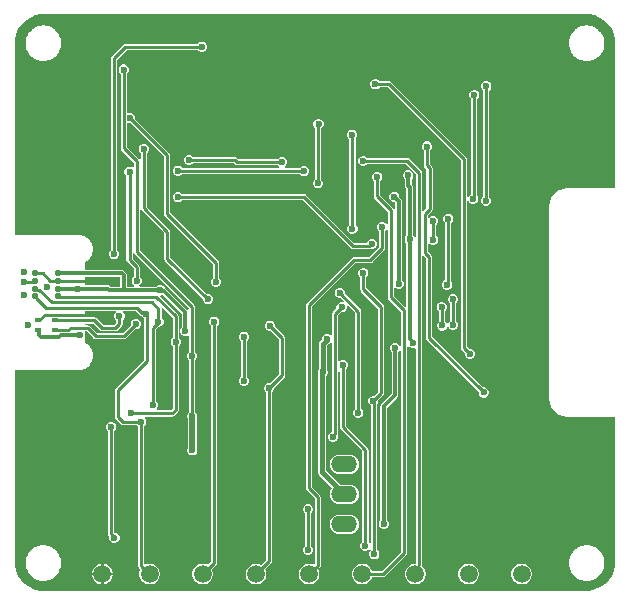
<source format=gbl>
G04*
G04 #@! TF.GenerationSoftware,Altium Limited,Altium Designer,22.10.1 (41)*
G04*
G04 Layer_Physical_Order=4*
G04 Layer_Color=16711680*
%FSLAX44Y44*%
%MOMM*%
G71*
G04*
G04 #@! TF.SameCoordinates,B11F2CDB-B4DC-4695-A2B3-7529A6E467DA*
G04*
G04*
G04 #@! TF.FilePolarity,Positive*
G04*
G01*
G75*
%ADD10C,0.5000*%
%ADD14C,0.3000*%
%ADD15C,0.4000*%
%ADD19C,0.2540*%
%ADD71C,1.5000*%
%ADD73C,0.6000*%
%ADD74R,0.5000X0.3000*%
G04:AMPARAMS|DCode=75|XSize=0.49mm|YSize=0.45mm|CornerRadius=0.0563mm|HoleSize=0mm|Usage=FLASHONLY|Rotation=180.000|XOffset=0mm|YOffset=0mm|HoleType=Round|Shape=RoundedRectangle|*
%AMROUNDEDRECTD75*
21,1,0.4900,0.3375,0,0,180.0*
21,1,0.3775,0.4500,0,0,180.0*
1,1,0.1125,-0.1888,0.1688*
1,1,0.1125,0.1888,0.1688*
1,1,0.1125,0.1888,-0.1688*
1,1,0.1125,-0.1888,-0.1688*
%
%ADD75ROUNDEDRECTD75*%
%ADD76O,2.2000X1.4000*%
G36*
X90176Y266823D02*
Y258074D01*
X82140D01*
X81468Y258747D01*
X80551Y259359D01*
X79471Y259574D01*
X79470Y259574D01*
X60000D01*
Y266926D01*
X78090D01*
X78090Y266926D01*
X78191Y266946D01*
X90053D01*
X90176Y266823D01*
D02*
G37*
G36*
X485017Y488965D02*
X487374Y488965D01*
X491999Y488045D01*
X496356Y486241D01*
X500277Y483623D01*
X503613Y480290D01*
X506234Y476370D01*
X508041Y472015D01*
X508963Y467391D01*
X508965Y464999D01*
Y342063D01*
X482524D01*
X482522Y342062D01*
X482520Y342063D01*
X469996Y342039D01*
X469878Y342015D01*
X468513Y342015D01*
X468316Y341975D01*
X468116Y341975D01*
X465223Y341398D01*
X465037Y341321D01*
X464840Y341281D01*
X462115Y340150D01*
X461949Y340039D01*
X461763Y339962D01*
X459311Y338321D01*
X459169Y338179D01*
X459002Y338067D01*
X456918Y335980D01*
X456806Y335813D01*
X456664Y335671D01*
X455027Y333217D01*
X454950Y333031D01*
X454839Y332864D01*
X453712Y330138D01*
X453673Y329941D01*
X453596Y329755D01*
X453022Y326861D01*
X453022Y326660D01*
X452983Y326464D01*
X452984Y325136D01*
X452961Y325026D01*
X452963Y325013D01*
X452961Y325000D01*
Y165000D01*
X452985Y164880D01*
X452985Y163514D01*
X453025Y163317D01*
X453025Y163116D01*
X453602Y160223D01*
X453680Y160037D01*
X453719Y159840D01*
X454850Y157115D01*
X454961Y156949D01*
X455038Y156763D01*
X456679Y154311D01*
X456821Y154169D01*
X456933Y154002D01*
X459020Y151918D01*
X459187Y151806D01*
X459329Y151664D01*
X461783Y150027D01*
X461969Y149950D01*
X462136Y149839D01*
X464862Y148712D01*
X465059Y148673D01*
X465245Y148596D01*
X468139Y148022D01*
X468340Y148023D01*
X468536Y147984D01*
X469868Y147985D01*
X469980Y147961D01*
X469990Y147963D01*
X470000Y147961D01*
X508965D01*
X508965Y24983D01*
X508965Y22626D01*
X508045Y18001D01*
X506241Y13644D01*
X503623Y9723D01*
X500290Y6387D01*
X496370Y3766D01*
X492015Y1960D01*
X487391Y1037D01*
X485033Y1035D01*
X25001D01*
X25000Y1035D01*
X24999Y1035D01*
X22641Y1034D01*
X18013Y1951D01*
X13654Y3753D01*
X9730Y6371D01*
X6392Y9705D01*
X3768Y13625D01*
X1960Y17982D01*
X1037Y22608D01*
X1035Y24967D01*
X1035Y187961D01*
X56316D01*
X56578Y188013D01*
X56844Y188030D01*
X59388Y188712D01*
X59627Y188830D01*
X59879Y188916D01*
X62160Y190232D01*
X62360Y190408D01*
X62582Y190556D01*
X64444Y192418D01*
X64592Y192640D01*
X64768Y192840D01*
X66084Y195121D01*
X66170Y195373D01*
X66288Y195612D01*
X66970Y198156D01*
X66987Y198422D01*
X67039Y198683D01*
Y201317D01*
X66987Y201578D01*
X66970Y201844D01*
X66288Y204388D01*
X66170Y204627D01*
X66084Y204879D01*
X64768Y207160D01*
X64592Y207360D01*
X64444Y207582D01*
X62582Y209444D01*
X62360Y209592D01*
X62160Y209768D01*
X60000Y211015D01*
Y215999D01*
X60270Y216651D01*
Y218349D01*
X60000Y219001D01*
Y220450D01*
X61637D01*
X67419Y214669D01*
X68259Y214107D01*
X69250Y213910D01*
X93250D01*
X94241Y214107D01*
X95081Y214669D01*
X102642Y222230D01*
X104099D01*
X105669Y222880D01*
X106870Y224081D01*
X107520Y225651D01*
Y227349D01*
X106870Y228919D01*
X105669Y230120D01*
X104099Y230770D01*
X102401D01*
X100831Y230120D01*
X99630Y228919D01*
X98980Y227349D01*
Y225893D01*
X92177Y219090D01*
X70323D01*
X64541Y224871D01*
X63701Y225433D01*
X62710Y225630D01*
X60000D01*
Y227160D01*
X67177D01*
X73088Y221250D01*
X73928Y220688D01*
X74919Y220491D01*
X86081D01*
X87072Y220688D01*
X87912Y221250D01*
X91306Y224643D01*
X91867Y225484D01*
X92064Y226475D01*
Y229776D01*
X93120Y230831D01*
X93770Y232401D01*
Y234099D01*
X93120Y235669D01*
X92148Y236640D01*
X92425Y237720D01*
X92538Y237910D01*
X103347D01*
X106927Y234331D01*
X107767Y233769D01*
X108397Y233644D01*
X108630Y233081D01*
X109831Y231880D01*
X109910Y231847D01*
Y196073D01*
X86419Y172581D01*
X85857Y171741D01*
X85660Y170750D01*
Y148250D01*
X85857Y147259D01*
X86419Y146419D01*
X90919Y141919D01*
X91759Y141357D01*
X92750Y141160D01*
X104551D01*
X105410Y140301D01*
Y21992D01*
X105607Y21001D01*
X106169Y20161D01*
X107235Y19095D01*
X106823Y18382D01*
X106226Y16151D01*
Y13842D01*
X106823Y11612D01*
X107978Y9612D01*
X109611Y7979D01*
X111611Y6824D01*
X113841Y6227D01*
X116150D01*
X118381Y6824D01*
X120381Y7979D01*
X122013Y9612D01*
X123168Y11612D01*
X123766Y13842D01*
Y16151D01*
X123168Y18382D01*
X122013Y20382D01*
X120381Y22014D01*
X118381Y23169D01*
X116150Y23767D01*
X113841D01*
X111860Y23236D01*
X111088Y23618D01*
X110590Y24046D01*
Y140301D01*
X111620Y141331D01*
X112270Y142901D01*
Y144599D01*
X111620Y146169D01*
X110648Y147140D01*
X110925Y148220D01*
X111038Y148410D01*
X134262D01*
X135253Y148607D01*
X136093Y149169D01*
X138831Y151907D01*
X139393Y152747D01*
X139590Y153738D01*
Y208051D01*
X140620Y209081D01*
X141270Y210651D01*
Y212349D01*
X140620Y213919D01*
X139590Y214949D01*
Y233250D01*
X139393Y234241D01*
X138831Y235081D01*
X124202Y249710D01*
X124729Y250980D01*
X124849D01*
X126212Y251544D01*
X142426Y235330D01*
Y223964D01*
X141630Y223169D01*
X140980Y221599D01*
Y219901D01*
X141630Y218331D01*
X142831Y217130D01*
X144401Y216480D01*
X146099D01*
X147140Y216911D01*
X148410Y216212D01*
Y202949D01*
X147380Y201919D01*
X146730Y200349D01*
Y198651D01*
X147380Y197081D01*
X148581Y195880D01*
X148660Y195847D01*
Y151949D01*
X147630Y150919D01*
X146980Y149349D01*
Y147651D01*
X147406Y146622D01*
Y121628D01*
X146980Y120599D01*
Y118901D01*
X147630Y117331D01*
X148831Y116130D01*
X150401Y115480D01*
X152099D01*
X153669Y116130D01*
X154870Y117331D01*
X155520Y118901D01*
Y120599D01*
X155094Y121628D01*
Y146622D01*
X155520Y147651D01*
Y149349D01*
X154870Y150919D01*
X153840Y151949D01*
Y196301D01*
X154620Y197081D01*
X155270Y198651D01*
Y200349D01*
X154620Y201919D01*
X153590Y202949D01*
Y241165D01*
X153393Y242156D01*
X152831Y242997D01*
X106840Y288988D01*
Y322900D01*
X108110Y323285D01*
X108225Y323113D01*
X127410Y303927D01*
Y282000D01*
X127607Y281009D01*
X128169Y280169D01*
X160100Y248237D01*
Y246781D01*
X160750Y245211D01*
X161951Y244010D01*
X163521Y243360D01*
X165219D01*
X166789Y244010D01*
X167990Y245211D01*
X168640Y246781D01*
Y248479D01*
X167990Y250049D01*
X166789Y251250D01*
X165219Y251900D01*
X163762D01*
X132590Y283073D01*
Y305000D01*
X132393Y305991D01*
X131831Y306831D01*
X112646Y326017D01*
Y371607D01*
X113620Y372581D01*
X114270Y374151D01*
Y375849D01*
X113620Y377419D01*
X112419Y378620D01*
X110849Y379270D01*
X109151D01*
X107581Y378620D01*
X106380Y377419D01*
X105730Y375849D01*
Y374151D01*
X106380Y372581D01*
X107466Y371495D01*
Y366544D01*
X106196Y366159D01*
X106081Y366331D01*
X95550Y376863D01*
Y396502D01*
X96820Y397324D01*
X97651Y396980D01*
X99108D01*
X127160Y368927D01*
Y320250D01*
X127357Y319259D01*
X127919Y318419D01*
X168660Y277677D01*
Y265699D01*
X167630Y264669D01*
X166980Y263099D01*
Y261401D01*
X167630Y259831D01*
X168831Y258630D01*
X170401Y257980D01*
X172099D01*
X173669Y258630D01*
X174870Y259831D01*
X175520Y261401D01*
Y263099D01*
X174870Y264669D01*
X173840Y265699D01*
Y278750D01*
X173643Y279741D01*
X173081Y280581D01*
X132340Y321323D01*
Y370000D01*
X132143Y370991D01*
X131581Y371831D01*
X102770Y400643D01*
Y402099D01*
X102120Y403669D01*
X100919Y404870D01*
X99349Y405520D01*
X97651D01*
X96820Y405176D01*
X95550Y405998D01*
Y438761D01*
X96580Y439791D01*
X97230Y441361D01*
Y443059D01*
X96580Y444629D01*
X95379Y445830D01*
X93809Y446480D01*
X92111D01*
X90541Y445830D01*
X89340Y444629D01*
X88690Y443059D01*
Y441361D01*
X89340Y439791D01*
X90370Y438761D01*
Y375790D01*
X90567Y374799D01*
X91129Y373959D01*
X101660Y363427D01*
Y359925D01*
X100419Y359370D01*
X98849Y360020D01*
X97151D01*
X95581Y359370D01*
X94380Y358169D01*
X93730Y356599D01*
Y354901D01*
X94380Y353331D01*
X95410Y352301D01*
Y281000D01*
X95607Y280009D01*
X96169Y279169D01*
X101410Y273927D01*
Y266449D01*
X100380Y265419D01*
X99730Y263849D01*
Y262151D01*
X100380Y260581D01*
X101581Y259380D01*
X101668Y259344D01*
X101415Y258074D01*
X95824D01*
Y267992D01*
X95824Y267993D01*
X95609Y269073D01*
X94997Y269990D01*
X93220Y271767D01*
X92303Y272379D01*
X91223Y272594D01*
X91222Y272594D01*
X78110D01*
X78009Y272574D01*
X60000D01*
Y278985D01*
X62160Y280232D01*
X62360Y280408D01*
X62582Y280556D01*
X64444Y282418D01*
X64592Y282640D01*
X64768Y282840D01*
X66084Y285121D01*
X66170Y285373D01*
X66288Y285612D01*
X66970Y288156D01*
X66987Y288422D01*
X67039Y288683D01*
Y291317D01*
X66987Y291578D01*
X66970Y291844D01*
X66288Y294388D01*
X66170Y294627D01*
X66084Y294879D01*
X64768Y297160D01*
X64592Y297360D01*
X64444Y297582D01*
X62582Y299444D01*
X62360Y299592D01*
X62160Y299768D01*
X59879Y301084D01*
X59627Y301170D01*
X59388Y301288D01*
X56844Y301970D01*
X56578Y301987D01*
X56316Y302039D01*
X55000D01*
X55000Y302039D01*
X1035D01*
Y464999D01*
X1035Y465000D01*
X1035Y465001D01*
X1034Y467359D01*
X1951Y471987D01*
X3753Y476346D01*
X6371Y480270D01*
X9705Y483608D01*
X13625Y486231D01*
X17982Y488040D01*
X22608Y488963D01*
X25001Y488965D01*
X335007D01*
X485017Y488965D01*
D02*
G37*
G36*
X102419Y286084D02*
X148292Y240211D01*
X148184Y239150D01*
X146987Y238757D01*
X129071Y256673D01*
X128155Y257285D01*
X127745Y257367D01*
X127620Y257669D01*
X126419Y258870D01*
X124849Y259520D01*
X123151D01*
X121581Y258870D01*
X120786Y258074D01*
X106585D01*
X106332Y259344D01*
X106419Y259380D01*
X107620Y260581D01*
X108270Y262151D01*
Y263849D01*
X107620Y265419D01*
X106590Y266449D01*
Y275000D01*
X106393Y275991D01*
X105831Y276831D01*
X100590Y282073D01*
Y286787D01*
X101857Y286924D01*
X102419Y286084D01*
D02*
G37*
G36*
X86575Y237720D02*
X86852Y236640D01*
X85880Y235669D01*
X85230Y234099D01*
Y232401D01*
X85880Y230831D01*
X86885Y229827D01*
Y227547D01*
X85008Y225671D01*
X75992D01*
X70081Y231581D01*
X69241Y232143D01*
X68250Y232340D01*
X60000D01*
Y237910D01*
X86462D01*
X86575Y237720D01*
D02*
G37*
G36*
X134410Y232177D02*
Y214949D01*
X133380Y213919D01*
X132730Y212349D01*
Y210651D01*
X133380Y209081D01*
X134410Y208051D01*
Y154811D01*
X133189Y153590D01*
X121425D01*
X120898Y154860D01*
X121620Y155581D01*
X122270Y157151D01*
Y158849D01*
X121620Y160419D01*
X120590Y161449D01*
Y222047D01*
X122523Y223980D01*
X123349D01*
X124919Y224630D01*
X126120Y225831D01*
X126770Y227401D01*
Y229099D01*
X126120Y230669D01*
X125090Y231699D01*
Y239250D01*
X124978Y239814D01*
X126148Y240439D01*
X134410Y232177D01*
D02*
G37*
%LPC*%
G36*
X160099Y465770D02*
X158401D01*
X156831Y465120D01*
X155801Y464090D01*
X94500D01*
X93509Y463893D01*
X92669Y463331D01*
X82919Y453581D01*
X82357Y452741D01*
X82160Y451750D01*
Y289199D01*
X81130Y288169D01*
X80480Y286599D01*
Y284901D01*
X81130Y283331D01*
X82331Y282130D01*
X83901Y281480D01*
X85599D01*
X87169Y282130D01*
X88370Y283331D01*
X89020Y284901D01*
Y286599D01*
X88370Y288169D01*
X87340Y289199D01*
Y450677D01*
X95573Y458910D01*
X155801D01*
X156831Y457880D01*
X158401Y457230D01*
X160099D01*
X161669Y457880D01*
X162870Y459081D01*
X163520Y460651D01*
Y462349D01*
X162870Y463919D01*
X161669Y465120D01*
X160099Y465770D01*
D02*
G37*
G36*
X486333Y479501D02*
X483772D01*
X483575Y479462D01*
X483374D01*
X480863Y478962D01*
X480677Y478885D01*
X480480Y478846D01*
X478114Y477866D01*
X477947Y477755D01*
X477762Y477678D01*
X475633Y476255D01*
X475491Y476113D01*
X475324Y476002D01*
X473513Y474191D01*
X473401Y474024D01*
X473259Y473882D01*
X471837Y471753D01*
X471760Y471567D01*
X471648Y471400D01*
X470668Y469034D01*
X470629Y468837D01*
X470552Y468652D01*
X470052Y466140D01*
Y465939D01*
X470013Y465742D01*
Y463181D01*
X470052Y462984D01*
Y462784D01*
X470552Y460272D01*
X470629Y460087D01*
X470668Y459889D01*
X471648Y457524D01*
X471760Y457357D01*
X471837Y457171D01*
X473259Y455042D01*
X473401Y454900D01*
X473513Y454733D01*
X475324Y452922D01*
X475491Y452811D01*
X475633Y452668D01*
X477762Y451246D01*
X477947Y451169D01*
X478114Y451057D01*
X480480Y450077D01*
X480677Y450038D01*
X480863Y449961D01*
X483374Y449462D01*
X483575D01*
X483772Y449423D01*
X486333D01*
X486530Y449462D01*
X486731D01*
X489242Y449961D01*
X489428Y450038D01*
X489625Y450077D01*
X491991Y451057D01*
X492158Y451169D01*
X492343Y451246D01*
X494472Y452668D01*
X494614Y452811D01*
X494781Y452922D01*
X496592Y454733D01*
X496704Y454900D01*
X496846Y455042D01*
X498269Y457171D01*
X498345Y457357D01*
X498457Y457524D01*
X499437Y459889D01*
X499476Y460087D01*
X499553Y460272D01*
X500052Y462784D01*
Y462984D01*
X500092Y463181D01*
Y465742D01*
X500052Y465939D01*
Y466140D01*
X499553Y468652D01*
X499476Y468837D01*
X499437Y469034D01*
X498457Y471400D01*
X498345Y471567D01*
X498269Y471753D01*
X496846Y473882D01*
X496704Y474024D01*
X496592Y474191D01*
X494781Y476002D01*
X494614Y476113D01*
X494472Y476255D01*
X492343Y477678D01*
X492158Y477755D01*
X491991Y477866D01*
X489625Y478846D01*
X489428Y478885D01*
X489242Y478962D01*
X486731Y479462D01*
X486530D01*
X486333Y479501D01*
D02*
G37*
G36*
X26333D02*
X23772D01*
X23575Y479462D01*
X23374D01*
X20863Y478962D01*
X20677Y478885D01*
X20480Y478846D01*
X18114Y477866D01*
X17947Y477755D01*
X17762Y477678D01*
X15633Y476255D01*
X15491Y476113D01*
X15324Y476002D01*
X13513Y474191D01*
X13401Y474024D01*
X13259Y473882D01*
X11837Y471753D01*
X11760Y471567D01*
X11648Y471400D01*
X10668Y469034D01*
X10629Y468837D01*
X10552Y468652D01*
X10052Y466140D01*
Y465939D01*
X10013Y465742D01*
Y463181D01*
X10052Y462984D01*
Y462784D01*
X10552Y460272D01*
X10629Y460087D01*
X10668Y459889D01*
X11648Y457524D01*
X11760Y457357D01*
X11837Y457171D01*
X13259Y455042D01*
X13401Y454900D01*
X13513Y454733D01*
X15324Y452922D01*
X15491Y452811D01*
X15633Y452668D01*
X17762Y451246D01*
X17947Y451169D01*
X18114Y451057D01*
X20480Y450077D01*
X20677Y450038D01*
X20863Y449961D01*
X23374Y449462D01*
X23575D01*
X23772Y449423D01*
X26333D01*
X26530Y449462D01*
X26731D01*
X29242Y449961D01*
X29428Y450038D01*
X29625Y450077D01*
X31991Y451057D01*
X32158Y451169D01*
X32343Y451246D01*
X34472Y452668D01*
X34614Y452811D01*
X34781Y452922D01*
X36592Y454733D01*
X36704Y454900D01*
X36846Y455042D01*
X38268Y457171D01*
X38345Y457357D01*
X38457Y457524D01*
X39437Y459889D01*
X39476Y460087D01*
X39553Y460272D01*
X40052Y462784D01*
Y462984D01*
X40092Y463181D01*
Y465742D01*
X40052Y465939D01*
Y466140D01*
X39553Y468652D01*
X39476Y468837D01*
X39437Y469034D01*
X38457Y471400D01*
X38345Y471567D01*
X38268Y471753D01*
X36846Y473882D01*
X36704Y474024D01*
X36592Y474191D01*
X34781Y476002D01*
X34614Y476113D01*
X34472Y476255D01*
X32343Y477678D01*
X32158Y477755D01*
X31991Y477866D01*
X29625Y478846D01*
X29428Y478885D01*
X29242Y478962D01*
X26731Y479462D01*
X26530D01*
X26333Y479501D01*
D02*
G37*
G36*
X149349Y369770D02*
X147651D01*
X146081Y369120D01*
X144880Y367919D01*
X144230Y366349D01*
Y364651D01*
X144880Y363081D01*
X146081Y361880D01*
X147651Y361230D01*
X149349D01*
X150919Y361880D01*
X151949Y362910D01*
X185927D01*
X186919Y361919D01*
X187759Y361357D01*
X188750Y361160D01*
X223801D01*
X224831Y360130D01*
X224880Y360110D01*
X224628Y358840D01*
X142903D01*
X142870Y358919D01*
X141669Y360120D01*
X140099Y360770D01*
X138401D01*
X136831Y360120D01*
X135630Y358919D01*
X134980Y357349D01*
Y355651D01*
X135630Y354081D01*
X136831Y352880D01*
X138401Y352230D01*
X140099D01*
X141669Y352880D01*
X142449Y353660D01*
X242097D01*
X242130Y353581D01*
X243331Y352380D01*
X244901Y351730D01*
X246599D01*
X248169Y352380D01*
X249370Y353581D01*
X250020Y355151D01*
Y356849D01*
X249370Y358419D01*
X248169Y359620D01*
X246599Y360270D01*
X244901D01*
X243331Y359620D01*
X242551Y358840D01*
X229872D01*
X229620Y360110D01*
X229669Y360130D01*
X230870Y361331D01*
X231520Y362901D01*
Y364599D01*
X230870Y366169D01*
X229669Y367370D01*
X228099Y368020D01*
X226401D01*
X224831Y367370D01*
X223801Y366340D01*
X189823D01*
X188831Y367331D01*
X187991Y367893D01*
X187000Y368090D01*
X151949D01*
X150919Y369120D01*
X149349Y369770D01*
D02*
G37*
G36*
X258849Y400270D02*
X257151D01*
X255581Y399620D01*
X254380Y398419D01*
X253730Y396849D01*
Y395151D01*
X254380Y393581D01*
X255160Y392801D01*
Y349403D01*
X255081Y349370D01*
X253880Y348169D01*
X253230Y346599D01*
Y344901D01*
X253880Y343331D01*
X255081Y342130D01*
X256651Y341480D01*
X258349D01*
X259919Y342130D01*
X261120Y343331D01*
X261770Y344901D01*
Y346599D01*
X261120Y348169D01*
X260340Y348949D01*
Y392347D01*
X260419Y392380D01*
X261620Y393581D01*
X262270Y395151D01*
Y396849D01*
X261620Y398419D01*
X260419Y399620D01*
X258849Y400270D01*
D02*
G37*
G36*
X307099Y434020D02*
X305401D01*
X303831Y433370D01*
X302630Y432169D01*
X301980Y430599D01*
Y428901D01*
X302630Y427331D01*
X303831Y426130D01*
X305401Y425480D01*
X307099D01*
X308669Y426130D01*
X309699Y427160D01*
X316427D01*
X378410Y365177D01*
Y206750D01*
X378607Y205759D01*
X379169Y204919D01*
X381980Y202108D01*
Y200651D01*
X382630Y199081D01*
X383831Y197880D01*
X385401Y197230D01*
X387099D01*
X388669Y197880D01*
X389870Y199081D01*
X390520Y200651D01*
Y202349D01*
X389870Y203919D01*
X388669Y205120D01*
X387099Y205770D01*
X385643D01*
X383590Y207823D01*
Y331085D01*
X384860Y331337D01*
X385380Y330081D01*
X386581Y328880D01*
X388151Y328230D01*
X389849D01*
X391419Y328880D01*
X392620Y330081D01*
X393270Y331651D01*
Y333349D01*
X392620Y334919D01*
X392090Y335449D01*
Y416994D01*
X392419Y417130D01*
X393620Y418331D01*
X394270Y419901D01*
Y421599D01*
X393620Y423169D01*
X392419Y424370D01*
X390849Y425020D01*
X389151D01*
X387581Y424370D01*
X386380Y423169D01*
X385730Y421599D01*
Y419901D01*
X386380Y418331D01*
X386910Y417801D01*
Y336256D01*
X386581Y336120D01*
X385380Y334919D01*
X384860Y333663D01*
X383590Y333915D01*
Y366250D01*
X383393Y367241D01*
X382831Y368081D01*
X319331Y431581D01*
X318491Y432143D01*
X317500Y432340D01*
X309699D01*
X308669Y433370D01*
X307099Y434020D01*
D02*
G37*
G36*
X400849Y432270D02*
X399151D01*
X397581Y431620D01*
X396380Y430419D01*
X395730Y428849D01*
Y427151D01*
X396380Y425581D01*
X397285Y424676D01*
Y334824D01*
X396130Y333669D01*
X395480Y332099D01*
Y330401D01*
X396130Y328831D01*
X397331Y327630D01*
X398901Y326980D01*
X400599D01*
X402169Y327630D01*
X403370Y328831D01*
X404020Y330401D01*
Y332099D01*
X403370Y333669D01*
X402465Y334574D01*
Y424426D01*
X403620Y425581D01*
X404270Y427151D01*
Y428849D01*
X403620Y430419D01*
X402419Y431620D01*
X400849Y432270D01*
D02*
G37*
G36*
X350849Y381270D02*
X349151D01*
X347581Y380620D01*
X346380Y379419D01*
X345730Y377849D01*
Y376151D01*
X346380Y374581D01*
X347410Y373551D01*
Y361000D01*
X347607Y360009D01*
X348169Y359169D01*
X349410Y357927D01*
Y325073D01*
X346860Y322522D01*
X345590Y323048D01*
Y355000D01*
X345393Y355991D01*
X344831Y356831D01*
X335081Y366581D01*
X334241Y367143D01*
X333250Y367340D01*
X299449D01*
X298419Y368370D01*
X296849Y369020D01*
X295151D01*
X293581Y368370D01*
X292380Y367169D01*
X291730Y365599D01*
Y363901D01*
X292380Y362331D01*
X293581Y361130D01*
X295151Y360480D01*
X296849D01*
X298419Y361130D01*
X299449Y362160D01*
X332177D01*
X340410Y353927D01*
Y300769D01*
X339140Y300516D01*
X338870Y301169D01*
X338074Y301964D01*
Y342750D01*
X338074Y342750D01*
X337859Y343831D01*
X337247Y344747D01*
X337247Y344747D01*
X336840Y345154D01*
Y349302D01*
X337620Y350081D01*
X338270Y351651D01*
Y353349D01*
X337620Y354919D01*
X336419Y356120D01*
X334849Y356770D01*
X333151D01*
X331581Y356120D01*
X330380Y354919D01*
X329730Y353349D01*
Y351651D01*
X330380Y350081D01*
X331192Y349270D01*
Y343984D01*
X331192Y343984D01*
X331407Y342903D01*
X332019Y341987D01*
X332426Y341580D01*
Y301964D01*
X331630Y301169D01*
X330980Y299599D01*
Y297901D01*
X331630Y296331D01*
X332426Y295536D01*
Y241783D01*
X331156Y241257D01*
X322090Y250323D01*
Y257076D01*
X323360Y257602D01*
X323581Y257380D01*
X325151Y256730D01*
X326849D01*
X328419Y257380D01*
X329620Y258581D01*
X330270Y260151D01*
Y261849D01*
X329620Y263419D01*
X328824Y264214D01*
Y330750D01*
X328824Y330750D01*
X328609Y331831D01*
X327997Y332747D01*
X327997Y332747D01*
X326520Y334224D01*
Y335349D01*
X325870Y336919D01*
X324669Y338120D01*
X323099Y338770D01*
X321401D01*
X319831Y338120D01*
X318630Y336919D01*
X317980Y335349D01*
Y333651D01*
X318630Y332081D01*
X319831Y330880D01*
X321401Y330230D01*
X322526D01*
X323176Y329580D01*
Y324050D01*
X321906Y323925D01*
X321893Y323991D01*
X321331Y324831D01*
X310340Y335823D01*
Y347801D01*
X311370Y348831D01*
X312020Y350401D01*
Y352099D01*
X311370Y353669D01*
X310169Y354870D01*
X308599Y355520D01*
X306901D01*
X305331Y354870D01*
X304130Y353669D01*
X303480Y352099D01*
Y350401D01*
X304130Y348831D01*
X305160Y347801D01*
Y334750D01*
X305357Y333759D01*
X305919Y332919D01*
X316910Y321927D01*
Y311622D01*
X315640Y311370D01*
X315620Y311419D01*
X314419Y312620D01*
X312849Y313270D01*
X311151D01*
X309581Y312620D01*
X308380Y311419D01*
X307730Y309849D01*
Y308151D01*
X308380Y306581D01*
X309410Y305551D01*
Y292073D01*
X300927Y283590D01*
X288000D01*
X287009Y283393D01*
X286169Y282831D01*
X248164Y244827D01*
X247603Y243986D01*
X247406Y242995D01*
Y87755D01*
X247603Y86763D01*
X248164Y85923D01*
X254660Y79427D01*
Y23897D01*
X253478Y23113D01*
X253381Y23169D01*
X251150Y23767D01*
X248841D01*
X246610Y23169D01*
X244611Y22014D01*
X242978Y20382D01*
X241823Y18382D01*
X241225Y16151D01*
Y13842D01*
X241823Y11612D01*
X242978Y9612D01*
X244611Y7979D01*
X246610Y6824D01*
X248841Y6227D01*
X251150D01*
X253381Y6824D01*
X255380Y7979D01*
X257013Y9612D01*
X258168Y11612D01*
X258765Y13842D01*
Y16151D01*
X258168Y18382D01*
X257756Y19095D01*
X259081Y20420D01*
X259643Y21260D01*
X259840Y22251D01*
Y80500D01*
X259643Y81491D01*
X259081Y82331D01*
X252585Y88827D01*
Y241923D01*
X289073Y278410D01*
X302000D01*
X302991Y278607D01*
X303831Y279169D01*
X313831Y289169D01*
X314393Y290009D01*
X314590Y291000D01*
Y305551D01*
X315620Y306581D01*
X315640Y306630D01*
X316910Y306378D01*
Y249250D01*
X317107Y248259D01*
X317669Y247419D01*
X327910Y237177D01*
Y208519D01*
X326640Y208266D01*
X326370Y208919D01*
X325169Y210120D01*
X323599Y210770D01*
X321901D01*
X320331Y210120D01*
X319130Y208919D01*
X318480Y207349D01*
Y205651D01*
X319130Y204081D01*
X319926Y203286D01*
Y167670D01*
X311253Y158997D01*
X310641Y158081D01*
X310426Y157000D01*
X310426Y157000D01*
Y60464D01*
X309630Y59669D01*
X308980Y58099D01*
Y56401D01*
X309630Y54831D01*
X310831Y53630D01*
X312401Y52980D01*
X314099D01*
X315669Y53630D01*
X316870Y54831D01*
X317520Y56401D01*
Y58099D01*
X316870Y59669D01*
X316074Y60464D01*
Y155830D01*
X324747Y164503D01*
X324747Y164503D01*
X325359Y165419D01*
X325574Y166500D01*
Y203286D01*
X326370Y204081D01*
X326640Y204734D01*
X327910Y204481D01*
Y34073D01*
X311424Y17586D01*
X303381D01*
X303168Y18382D01*
X302013Y20382D01*
X300380Y22014D01*
X298380Y23169D01*
X296150Y23767D01*
X293841D01*
X291610Y23169D01*
X289610Y22014D01*
X287978Y20382D01*
X286823Y18382D01*
X286225Y16151D01*
Y13842D01*
X286823Y11612D01*
X287978Y9612D01*
X289610Y7979D01*
X291610Y6824D01*
X293841Y6227D01*
X296150D01*
X298380Y6824D01*
X300380Y7979D01*
X302013Y9612D01*
X303168Y11612D01*
X303381Y12407D01*
X312497D01*
X313488Y12604D01*
X314328Y13165D01*
X332331Y31169D01*
X332893Y32009D01*
X333090Y33000D01*
Y207462D01*
X333280Y207575D01*
X334360Y207852D01*
X335331Y206880D01*
X336901Y206230D01*
X338599D01*
X339140Y206454D01*
X340410Y205606D01*
Y23767D01*
X338841D01*
X336610Y23169D01*
X334610Y22014D01*
X332977Y20382D01*
X331823Y18382D01*
X331225Y16151D01*
Y13842D01*
X331823Y11612D01*
X332977Y9612D01*
X334610Y7979D01*
X336610Y6824D01*
X338841Y6227D01*
X341150D01*
X343380Y6824D01*
X345380Y7979D01*
X347013Y9612D01*
X348168Y11612D01*
X348765Y13842D01*
Y16151D01*
X348168Y18382D01*
X347013Y20382D01*
X345439Y21956D01*
X345590Y22715D01*
Y207075D01*
X345683Y207214D01*
X345880Y208205D01*
Y212795D01*
X345683Y213786D01*
X345590Y213925D01*
Y284202D01*
X346860Y284728D01*
X349160Y282427D01*
Y214750D01*
X349357Y213759D01*
X349919Y212919D01*
X393480Y169357D01*
Y167901D01*
X394130Y166331D01*
X395331Y165130D01*
X396901Y164480D01*
X398599D01*
X400169Y165130D01*
X401370Y166331D01*
X402020Y167901D01*
Y169599D01*
X401370Y171169D01*
X400169Y172370D01*
X398599Y173020D01*
X397142D01*
X354340Y215823D01*
Y283500D01*
X354143Y284491D01*
X353581Y285331D01*
X350590Y288323D01*
Y294712D01*
X350780Y294825D01*
X351860Y295102D01*
X352831Y294130D01*
X354401Y293480D01*
X356099D01*
X357669Y294130D01*
X358870Y295331D01*
X359520Y296901D01*
Y298599D01*
X358870Y300169D01*
X357715Y301324D01*
Y310676D01*
X358620Y311581D01*
X359270Y313151D01*
Y314849D01*
X358620Y316419D01*
X357419Y317620D01*
X355849Y318270D01*
X354151D01*
X352581Y317620D01*
X351860Y316898D01*
X350590Y317425D01*
Y318927D01*
X353831Y322169D01*
X354393Y323009D01*
X354590Y324000D01*
Y359000D01*
X354393Y359991D01*
X353831Y360831D01*
X352590Y362073D01*
Y373551D01*
X353620Y374581D01*
X354270Y376151D01*
Y377849D01*
X353620Y379419D01*
X352419Y380620D01*
X350849Y381270D01*
D02*
G37*
G36*
X287349Y391270D02*
X285651D01*
X284081Y390620D01*
X282880Y389419D01*
X282230Y387849D01*
Y386151D01*
X282880Y384581D01*
X284081Y383380D01*
X284160Y383347D01*
Y310449D01*
X283130Y309419D01*
X282480Y307849D01*
Y306151D01*
X283130Y304581D01*
X284331Y303380D01*
X285901Y302730D01*
X287599D01*
X289169Y303380D01*
X290370Y304581D01*
X291020Y306151D01*
Y307849D01*
X290370Y309419D01*
X289340Y310449D01*
Y383801D01*
X290120Y384581D01*
X290770Y386151D01*
Y387849D01*
X290120Y389419D01*
X288919Y390620D01*
X287349Y391270D01*
D02*
G37*
G36*
X139849Y338270D02*
X138151D01*
X136581Y337620D01*
X135380Y336419D01*
X134730Y334849D01*
Y333151D01*
X135380Y331581D01*
X136581Y330380D01*
X138151Y329730D01*
X139849D01*
X141419Y330380D01*
X142449Y331410D01*
X244927D01*
X285419Y290919D01*
X286259Y290357D01*
X287250Y290160D01*
X293907D01*
X293955Y290170D01*
X300573D01*
X301564Y290367D01*
X301758Y290496D01*
X302401Y290230D01*
X304099D01*
X305669Y290880D01*
X306870Y292081D01*
X307520Y293651D01*
Y295349D01*
X306870Y296919D01*
X305669Y298120D01*
X304099Y298770D01*
X302401D01*
X300831Y298120D01*
X299630Y296919D01*
X298980Y295349D01*
Y295349D01*
X293916D01*
X293869Y295340D01*
X288323D01*
X247831Y335831D01*
X246991Y336393D01*
X246000Y336590D01*
X142449D01*
X141419Y337620D01*
X139849Y338270D01*
D02*
G37*
G36*
X368849Y320270D02*
X367151D01*
X365581Y319620D01*
X364380Y318419D01*
X363730Y316849D01*
Y315151D01*
X364380Y313581D01*
X364910Y313051D01*
Y263756D01*
X364581Y263620D01*
X363380Y262419D01*
X362730Y260849D01*
Y259151D01*
X363380Y257581D01*
X364581Y256380D01*
X366151Y255730D01*
X367849D01*
X369419Y256380D01*
X370620Y257581D01*
X371270Y259151D01*
Y260849D01*
X370620Y262419D01*
X370090Y262949D01*
Y312244D01*
X370419Y312380D01*
X371620Y313581D01*
X372270Y315151D01*
Y316849D01*
X371620Y318419D01*
X370419Y319620D01*
X368849Y320270D01*
D02*
G37*
G36*
X372849Y251770D02*
X371151D01*
X369581Y251120D01*
X368380Y249919D01*
X367730Y248349D01*
Y246651D01*
X368380Y245081D01*
X369410Y244051D01*
Y229199D01*
X368380Y228169D01*
X368010Y227277D01*
X366636D01*
X366370Y227919D01*
X365169Y229120D01*
X365090Y229153D01*
Y238051D01*
X365870Y238831D01*
X366520Y240401D01*
Y242099D01*
X365870Y243669D01*
X364669Y244870D01*
X363099Y245520D01*
X361401D01*
X359831Y244870D01*
X358630Y243669D01*
X357980Y242099D01*
Y240401D01*
X358630Y238831D01*
X359831Y237630D01*
X359910Y237597D01*
Y228699D01*
X359130Y227919D01*
X358480Y226349D01*
Y224651D01*
X359130Y223081D01*
X360331Y221880D01*
X361901Y221230D01*
X363599D01*
X365169Y221880D01*
X366370Y223081D01*
X366739Y223973D01*
X368114D01*
X368380Y223331D01*
X369581Y222130D01*
X371151Y221480D01*
X372849D01*
X374419Y222130D01*
X375620Y223331D01*
X376270Y224901D01*
Y226599D01*
X375620Y228169D01*
X374590Y229199D01*
Y244051D01*
X375620Y245081D01*
X376270Y246651D01*
Y248349D01*
X375620Y249919D01*
X374419Y251120D01*
X372849Y251770D01*
D02*
G37*
G36*
X195849Y220270D02*
X194151D01*
X192581Y219620D01*
X191380Y218419D01*
X190730Y216849D01*
Y215151D01*
X191380Y213581D01*
X192285Y212676D01*
Y182324D01*
X191130Y181169D01*
X190480Y179599D01*
Y177901D01*
X191130Y176331D01*
X192331Y175130D01*
X193901Y174480D01*
X195599D01*
X197169Y175130D01*
X198370Y176331D01*
X199020Y177901D01*
Y179599D01*
X198370Y181169D01*
X197465Y182074D01*
Y212426D01*
X198620Y213581D01*
X199270Y215151D01*
Y216849D01*
X198620Y218419D01*
X197419Y219620D01*
X195849Y220270D01*
D02*
G37*
G36*
X296849Y274270D02*
X295151D01*
X293581Y273620D01*
X292380Y272419D01*
X291730Y270849D01*
Y269151D01*
X292380Y267581D01*
X293410Y266551D01*
Y256000D01*
X293607Y255009D01*
X294169Y254169D01*
X308660Y239677D01*
Y169323D01*
X305107Y165770D01*
X303651D01*
X302081Y165120D01*
X300880Y163919D01*
X300230Y162349D01*
Y160651D01*
X300880Y159081D01*
X302081Y157880D01*
X302450Y157727D01*
Y41748D01*
X302077Y41548D01*
X301269Y41377D01*
X300340Y42205D01*
Y120250D01*
X300143Y121241D01*
X299581Y122081D01*
X281090Y140573D01*
Y188301D01*
X282120Y189331D01*
X282770Y190901D01*
Y192599D01*
X282120Y194169D01*
X280919Y195370D01*
X279349Y196020D01*
X277651D01*
X276081Y195370D01*
X275860Y195148D01*
X274590Y195674D01*
Y234177D01*
X276893Y236480D01*
X278349D01*
X279919Y237130D01*
X281120Y238331D01*
X281770Y239901D01*
Y241599D01*
X281648Y241893D01*
X282725Y242613D01*
X289160Y236177D01*
Y154699D01*
X288130Y153669D01*
X287480Y152099D01*
Y150401D01*
X288130Y148831D01*
X289331Y147630D01*
X290901Y146980D01*
X292599D01*
X294169Y147630D01*
X295370Y148831D01*
X296020Y150401D01*
Y152099D01*
X295370Y153669D01*
X294340Y154699D01*
Y237250D01*
X294143Y238241D01*
X293581Y239081D01*
X280270Y252393D01*
Y253849D01*
X279620Y255419D01*
X278419Y256620D01*
X276849Y257270D01*
X275151D01*
X273581Y256620D01*
X272380Y255419D01*
X271730Y253849D01*
Y252151D01*
X272380Y250581D01*
X273581Y249380D01*
X275151Y248730D01*
X276607D01*
X279363Y245975D01*
X278643Y244898D01*
X278349Y245020D01*
X276651D01*
X275081Y244370D01*
X273880Y243169D01*
X273230Y241599D01*
Y240142D01*
X270169Y237081D01*
X269607Y236241D01*
X269410Y235250D01*
Y217174D01*
X268140Y216648D01*
X267419Y217370D01*
X265849Y218020D01*
X264151D01*
X262581Y217370D01*
X261380Y216169D01*
X260730Y214599D01*
Y213654D01*
X259142Y212066D01*
X258420Y210985D01*
X258166Y209709D01*
Y188455D01*
X257880Y188169D01*
X257230Y186599D01*
Y184901D01*
X257666Y183848D01*
Y101500D01*
X257920Y100224D01*
X258643Y99142D01*
X269791Y87994D01*
X268776Y86671D01*
X267943Y84659D01*
X267659Y82500D01*
X267943Y80341D01*
X268776Y78329D01*
X270102Y76602D01*
X271829Y75276D01*
X273841Y74443D01*
X276000Y74159D01*
X284000D01*
X286159Y74443D01*
X288171Y75276D01*
X289898Y76602D01*
X291224Y78329D01*
X292057Y80341D01*
X292341Y82500D01*
X292057Y84659D01*
X291224Y86671D01*
X289898Y88398D01*
X288171Y89724D01*
X286159Y90557D01*
X284000Y90841D01*
X276304D01*
X276165Y91050D01*
X264334Y102881D01*
Y182545D01*
X265120Y183331D01*
X265770Y184901D01*
Y186599D01*
X265120Y188169D01*
X264834Y188455D01*
Y208328D01*
X266083Y209577D01*
X267419Y210130D01*
X268140Y210852D01*
X269410Y210326D01*
Y135270D01*
X269401D01*
X267831Y134620D01*
X266630Y133419D01*
X265980Y131849D01*
Y130151D01*
X266630Y128581D01*
X267831Y127380D01*
X269401Y126730D01*
X271099D01*
X272669Y127380D01*
X273870Y128581D01*
X274520Y130151D01*
Y131849D01*
X274255Y132489D01*
X274393Y132695D01*
X274590Y133686D01*
Y186353D01*
X275860Y187032D01*
X275910Y186998D01*
Y139500D01*
X276107Y138509D01*
X276669Y137669D01*
X295160Y119177D01*
Y42199D01*
X294130Y41169D01*
X293480Y39599D01*
Y37901D01*
X294130Y36331D01*
X295331Y35130D01*
X296901Y34480D01*
X298599D01*
X300169Y35130D01*
X300634Y35595D01*
X301981Y35325D01*
X302075Y35240D01*
X302072Y34611D01*
X301630Y34169D01*
X300980Y32599D01*
Y30901D01*
X301630Y29331D01*
X302831Y28130D01*
X304401Y27480D01*
X306099D01*
X307669Y28130D01*
X308870Y29331D01*
X309520Y30901D01*
Y32599D01*
X308870Y34169D01*
X307669Y35370D01*
X307630Y35386D01*
Y158591D01*
X308120Y159081D01*
X308770Y160651D01*
Y162108D01*
X313081Y166419D01*
X313643Y167259D01*
X313840Y168250D01*
Y240750D01*
X313643Y241741D01*
X313081Y242581D01*
X298590Y257073D01*
Y266551D01*
X299620Y267581D01*
X300270Y269151D01*
Y270849D01*
X299620Y272419D01*
X298419Y273620D01*
X296849Y274270D01*
D02*
G37*
G36*
X284000Y116241D02*
X276000D01*
X273841Y115957D01*
X271829Y115124D01*
X270102Y113798D01*
X268776Y112071D01*
X267943Y110059D01*
X267659Y107900D01*
X267943Y105741D01*
X268776Y103729D01*
X270102Y102002D01*
X271829Y100676D01*
X273841Y99843D01*
X276000Y99559D01*
X284000D01*
X286159Y99843D01*
X288171Y100676D01*
X289898Y102002D01*
X291224Y103729D01*
X292057Y105741D01*
X292341Y107900D01*
X292057Y110059D01*
X291224Y112071D01*
X289898Y113798D01*
X288171Y115124D01*
X286159Y115957D01*
X284000Y116241D01*
D02*
G37*
G36*
Y65441D02*
X276000D01*
X273841Y65157D01*
X271829Y64324D01*
X270102Y62998D01*
X268776Y61271D01*
X267943Y59259D01*
X267659Y57100D01*
X267943Y54941D01*
X268776Y52929D01*
X270102Y51202D01*
X271829Y49876D01*
X273841Y49043D01*
X276000Y48759D01*
X284000D01*
X286159Y49043D01*
X288171Y49876D01*
X289898Y51202D01*
X291224Y52929D01*
X292057Y54941D01*
X292341Y57100D01*
X292057Y59259D01*
X291224Y61271D01*
X289898Y62998D01*
X288171Y64324D01*
X286159Y65157D01*
X284000Y65441D01*
D02*
G37*
G36*
X83349Y143770D02*
X81651D01*
X80081Y143120D01*
X78880Y141919D01*
X78230Y140349D01*
Y138651D01*
X78880Y137081D01*
X79910Y136051D01*
Y48968D01*
X80107Y47977D01*
X80669Y47137D01*
X81046Y46759D01*
X80980Y46599D01*
Y44901D01*
X81630Y43331D01*
X82831Y42130D01*
X84401Y41480D01*
X86099D01*
X87669Y42130D01*
X88870Y43331D01*
X89520Y44901D01*
Y46599D01*
X88870Y48169D01*
X87669Y49370D01*
X86099Y50020D01*
X85110D01*
X85090Y50041D01*
Y136051D01*
X86120Y137081D01*
X86770Y138651D01*
Y140349D01*
X86120Y141919D01*
X84919Y143120D01*
X83349Y143770D01*
D02*
G37*
G36*
X249849Y74020D02*
X248151D01*
X246581Y73370D01*
X245380Y72169D01*
X244730Y70599D01*
Y68901D01*
X245380Y67331D01*
X246410Y66301D01*
Y38949D01*
X245380Y37919D01*
X244730Y36349D01*
Y34651D01*
X245380Y33081D01*
X246581Y31880D01*
X248151Y31230D01*
X249849D01*
X251419Y31880D01*
X252620Y33081D01*
X253270Y34651D01*
Y36349D01*
X252620Y37919D01*
X251590Y38949D01*
Y66301D01*
X252620Y67331D01*
X253270Y68901D01*
Y70599D01*
X252620Y72169D01*
X251419Y73370D01*
X249849Y74020D01*
D02*
G37*
G36*
X217599Y229520D02*
X215901D01*
X214331Y228870D01*
X213130Y227669D01*
X212480Y226099D01*
Y224401D01*
X213130Y222831D01*
X214331Y221630D01*
X215901Y220980D01*
X217358D01*
X224410Y213927D01*
Y184323D01*
X216607Y176520D01*
X215151D01*
X213581Y175870D01*
X212380Y174669D01*
X211730Y173099D01*
Y171401D01*
X212380Y169831D01*
X213581Y168630D01*
X213660Y168597D01*
Y27324D01*
X209094Y22757D01*
X208381Y23169D01*
X206150Y23767D01*
X203841D01*
X201610Y23169D01*
X199611Y22014D01*
X197978Y20382D01*
X196823Y18382D01*
X196225Y16151D01*
Y13842D01*
X196823Y11612D01*
X197978Y9612D01*
X199611Y7979D01*
X201610Y6824D01*
X203841Y6227D01*
X206150D01*
X208381Y6824D01*
X210380Y7979D01*
X212013Y9612D01*
X213168Y11612D01*
X213766Y13842D01*
Y16151D01*
X213168Y18382D01*
X212756Y19095D01*
X218081Y24420D01*
X218643Y25260D01*
X218840Y26251D01*
Y169051D01*
X219620Y169831D01*
X220270Y171401D01*
Y172857D01*
X228831Y181419D01*
X229393Y182259D01*
X229590Y183250D01*
Y215000D01*
X229393Y215991D01*
X228831Y216831D01*
X221020Y224643D01*
Y226099D01*
X220370Y227669D01*
X219169Y228870D01*
X217599Y229520D01*
D02*
G37*
G36*
X170599Y233020D02*
X168901D01*
X167331Y232370D01*
X166130Y231169D01*
X165480Y229599D01*
Y227901D01*
X166130Y226331D01*
X167160Y225301D01*
Y25824D01*
X164094Y22757D01*
X163381Y23169D01*
X161150Y23767D01*
X158841D01*
X156610Y23169D01*
X154611Y22014D01*
X152978Y20382D01*
X151823Y18382D01*
X151226Y16151D01*
Y13842D01*
X151823Y11612D01*
X152978Y9612D01*
X154611Y7979D01*
X156610Y6824D01*
X158841Y6227D01*
X161150D01*
X163381Y6824D01*
X165380Y7979D01*
X167013Y9612D01*
X168168Y11612D01*
X168766Y13842D01*
Y16151D01*
X168168Y18382D01*
X167756Y19095D01*
X171581Y22920D01*
X172143Y23760D01*
X172340Y24751D01*
Y225301D01*
X173370Y226331D01*
X174020Y227901D01*
Y229599D01*
X173370Y231169D01*
X172169Y232370D01*
X170599Y233020D01*
D02*
G37*
G36*
X76150Y23767D02*
X75996D01*
Y15997D01*
X83766D01*
Y16151D01*
X83168Y18382D01*
X82014Y20382D01*
X80381Y22014D01*
X78381Y23169D01*
X76150Y23767D01*
D02*
G37*
G36*
X73996D02*
X73841D01*
X71611Y23169D01*
X69611Y22014D01*
X67978Y20382D01*
X66823Y18382D01*
X66226Y16151D01*
Y15997D01*
X73996D01*
Y23767D01*
D02*
G37*
G36*
X486333Y39501D02*
X483772D01*
X483575Y39462D01*
X483374D01*
X480863Y38962D01*
X480677Y38885D01*
X480480Y38846D01*
X478114Y37866D01*
X477947Y37755D01*
X477762Y37678D01*
X475633Y36255D01*
X475491Y36113D01*
X475324Y36002D01*
X473513Y34191D01*
X473401Y34024D01*
X473259Y33882D01*
X471837Y31753D01*
X471760Y31567D01*
X471648Y31400D01*
X470668Y29034D01*
X470629Y28837D01*
X470552Y28651D01*
X470052Y26140D01*
Y25939D01*
X470013Y25742D01*
Y23181D01*
X470052Y22984D01*
Y22784D01*
X470552Y20272D01*
X470629Y20087D01*
X470668Y19889D01*
X471648Y17524D01*
X471760Y17357D01*
X471837Y17171D01*
X473259Y15042D01*
X473401Y14900D01*
X473513Y14733D01*
X475324Y12922D01*
X475491Y12810D01*
X475633Y12668D01*
X477762Y11246D01*
X477947Y11169D01*
X478114Y11057D01*
X480480Y10077D01*
X480677Y10038D01*
X480863Y9961D01*
X483374Y9462D01*
X483575D01*
X483772Y9423D01*
X486333D01*
X486530Y9462D01*
X486731D01*
X489242Y9961D01*
X489428Y10038D01*
X489625Y10077D01*
X491991Y11057D01*
X492158Y11169D01*
X492343Y11246D01*
X494472Y12668D01*
X494614Y12810D01*
X494781Y12922D01*
X496592Y14733D01*
X496704Y14900D01*
X496846Y15042D01*
X498269Y17171D01*
X498345Y17357D01*
X498457Y17524D01*
X499437Y19889D01*
X499476Y20087D01*
X499553Y20272D01*
X500052Y22784D01*
Y22984D01*
X500092Y23181D01*
Y25742D01*
X500052Y25939D01*
Y26140D01*
X499553Y28652D01*
X499476Y28837D01*
X499437Y29034D01*
X498457Y31400D01*
X498345Y31567D01*
X498269Y31753D01*
X496846Y33882D01*
X496704Y34024D01*
X496592Y34191D01*
X494781Y36002D01*
X494614Y36113D01*
X494472Y36255D01*
X492343Y37678D01*
X492158Y37755D01*
X491991Y37866D01*
X489625Y38846D01*
X489428Y38885D01*
X489242Y38962D01*
X486731Y39462D01*
X486530D01*
X486333Y39501D01*
D02*
G37*
G36*
X26333D02*
X23772D01*
X23575Y39462D01*
X23374D01*
X20863Y38962D01*
X20677Y38885D01*
X20480Y38846D01*
X18114Y37866D01*
X17947Y37755D01*
X17762Y37678D01*
X15633Y36255D01*
X15491Y36113D01*
X15324Y36002D01*
X13513Y34191D01*
X13401Y34024D01*
X13259Y33882D01*
X11837Y31753D01*
X11760Y31567D01*
X11648Y31400D01*
X10668Y29034D01*
X10629Y28837D01*
X10552Y28651D01*
X10052Y26140D01*
Y25939D01*
X10013Y25742D01*
Y23181D01*
X10052Y22984D01*
Y22784D01*
X10552Y20272D01*
X10629Y20087D01*
X10668Y19889D01*
X11648Y17524D01*
X11760Y17357D01*
X11837Y17171D01*
X13259Y15042D01*
X13401Y14900D01*
X13513Y14733D01*
X15324Y12922D01*
X15491Y12810D01*
X15633Y12668D01*
X17762Y11246D01*
X17947Y11169D01*
X18114Y11057D01*
X20480Y10077D01*
X20677Y10038D01*
X20863Y9961D01*
X23374Y9462D01*
X23575D01*
X23772Y9423D01*
X26333D01*
X26530Y9462D01*
X26731D01*
X29242Y9961D01*
X29428Y10038D01*
X29625Y10077D01*
X31991Y11057D01*
X32158Y11169D01*
X32343Y11246D01*
X34472Y12668D01*
X34614Y12810D01*
X34781Y12922D01*
X36592Y14733D01*
X36704Y14900D01*
X36846Y15042D01*
X38268Y17171D01*
X38345Y17357D01*
X38457Y17524D01*
X39437Y19889D01*
X39476Y20087D01*
X39553Y20272D01*
X40052Y22784D01*
Y22984D01*
X40092Y23181D01*
Y25742D01*
X40052Y25939D01*
Y26140D01*
X39553Y28652D01*
X39476Y28837D01*
X39437Y29034D01*
X38457Y31400D01*
X38345Y31567D01*
X38268Y31753D01*
X36846Y33882D01*
X36704Y34024D01*
X36592Y34191D01*
X34781Y36002D01*
X34614Y36113D01*
X34472Y36255D01*
X32343Y37678D01*
X32158Y37755D01*
X31991Y37866D01*
X29625Y38846D01*
X29428Y38885D01*
X29242Y38962D01*
X26731Y39462D01*
X26530D01*
X26333Y39501D01*
D02*
G37*
G36*
X431150Y23767D02*
X428840D01*
X426610Y23169D01*
X424610Y22014D01*
X422977Y20382D01*
X421823Y18382D01*
X421225Y16151D01*
Y13842D01*
X421823Y11612D01*
X422977Y9612D01*
X424610Y7979D01*
X426610Y6824D01*
X428840Y6227D01*
X431150D01*
X433380Y6824D01*
X435380Y7979D01*
X437013Y9612D01*
X438167Y11612D01*
X438765Y13842D01*
Y16151D01*
X438167Y18382D01*
X437013Y20382D01*
X435380Y22014D01*
X433380Y23169D01*
X431150Y23767D01*
D02*
G37*
G36*
X386150D02*
X383841D01*
X381610Y23169D01*
X379610Y22014D01*
X377977Y20382D01*
X376823Y18382D01*
X376225Y16151D01*
Y13842D01*
X376823Y11612D01*
X377977Y9612D01*
X379610Y7979D01*
X381610Y6824D01*
X383841Y6227D01*
X386150D01*
X388380Y6824D01*
X390380Y7979D01*
X392013Y9612D01*
X393167Y11612D01*
X393765Y13842D01*
Y16151D01*
X393167Y18382D01*
X392013Y20382D01*
X390380Y22014D01*
X388380Y23169D01*
X386150Y23767D01*
D02*
G37*
G36*
X83766Y13997D02*
X75996D01*
Y6227D01*
X76150D01*
X78381Y6824D01*
X80381Y7979D01*
X82014Y9612D01*
X83168Y11612D01*
X83766Y13842D01*
Y13997D01*
D02*
G37*
G36*
X73996D02*
X66226D01*
Y13842D01*
X66823Y11612D01*
X67978Y9612D01*
X69611Y7979D01*
X71611Y6824D01*
X73841Y6227D01*
X73996D01*
Y13997D01*
D02*
G37*
%LPD*%
D10*
X151250Y119750D02*
Y148500D01*
X151250Y148500D01*
X151250Y119750D02*
X151250Y119750D01*
D14*
X334016Y343984D02*
X335250Y342750D01*
Y213812D02*
Y298750D01*
Y342750D01*
Y213812D02*
X337750Y211312D01*
Y210500D02*
Y211312D01*
X326000Y261000D02*
Y330750D01*
X322250Y334500D02*
X326000Y330750D01*
X124000Y255250D02*
X124574Y254676D01*
X127074D02*
X145250Y236500D01*
Y220750D02*
Y236500D01*
X124574Y254676D02*
X127074D01*
X78110Y269770D02*
X91223D01*
X93000Y267993D01*
X37200Y269750D02*
X78090D01*
X93000Y255250D02*
Y267993D01*
X78090Y269750D02*
X78110Y269770D01*
X322750Y166500D02*
Y206500D01*
X313250Y157000D02*
X322750Y166500D01*
X313250Y57250D02*
Y157000D01*
X334016Y343984D02*
Y352484D01*
X334000Y352500D02*
X334016Y352484D01*
X93000Y255250D02*
X124000D01*
X80970D02*
X93000D01*
X79471Y256750D02*
X80970Y255250D01*
X38157Y215500D02*
X40157Y217500D01*
X56000D01*
X23250Y215500D02*
X38157D01*
X54250Y256750D02*
X79471D01*
X21500Y221750D02*
X21730Y221520D01*
Y217020D02*
X23250Y215500D01*
X20500Y221750D02*
X21500D01*
X21730Y217020D02*
Y221520D01*
X54250Y256750D02*
X54250Y256750D01*
X37200Y256750D02*
X54250D01*
D15*
X261500Y185750D02*
Y209709D01*
X265000Y213209D01*
Y213750D01*
X261000Y101500D02*
Y185250D01*
X261500Y185750D01*
X261000Y101500D02*
X273807Y88693D01*
Y87794D02*
Y88693D01*
Y87794D02*
X279101Y82500D01*
X280000D01*
D19*
X108000Y21992D02*
Y143750D01*
Y21992D02*
X114996Y14997D01*
X88250Y148250D02*
X92750Y143750D01*
X108000D01*
X88250Y148250D02*
Y170750D01*
X112500Y195000D01*
Y235250D01*
X270250Y131000D02*
Y131936D01*
X272000Y235250D02*
X277500Y240750D01*
X272000Y133686D02*
Y235250D01*
X270250Y131936D02*
X272000Y133686D01*
X355125Y297875D02*
X355250Y297750D01*
X355000Y314000D02*
X355125Y313875D01*
Y297875D02*
Y313875D01*
X348000Y287250D02*
Y320000D01*
Y287250D02*
X351750Y283500D01*
X348000Y320000D02*
X352000Y324000D01*
X343290Y208205D02*
Y212795D01*
X343000Y207915D02*
X343290Y208205D01*
X343000Y22715D02*
Y207915D01*
X339995Y14997D02*
X342379Y17381D01*
Y22094D01*
X343000Y213085D02*
Y355000D01*
X333250Y364750D02*
X343000Y355000D01*
Y213085D02*
X343290Y212795D01*
X342379Y22094D02*
X343000Y22715D01*
X351750Y214750D02*
Y283500D01*
X137000Y153738D02*
Y211500D01*
X99000Y151000D02*
X134262D01*
X137000Y153738D01*
Y211500D02*
Y233250D01*
X37200Y263250D02*
X82250D01*
X278500Y139500D02*
Y191750D01*
Y139500D02*
X297750Y120250D01*
X372000Y225750D02*
Y247500D01*
X118000Y223119D02*
X122500Y227619D01*
Y239250D01*
X118000Y158000D02*
Y223119D01*
X296000Y256000D02*
X311250Y240750D01*
X296000Y256000D02*
Y270000D01*
X311250Y168250D02*
Y240750D01*
X304500Y161500D02*
X311250Y168250D01*
X92960Y375790D02*
X104250Y364500D01*
Y287915D02*
Y364500D01*
Y287915D02*
X151000Y241165D01*
X92960Y375790D02*
Y442210D01*
X84750Y451750D02*
X94500Y461500D01*
X159250D01*
X84750Y285750D02*
Y451750D01*
X151000Y199500D02*
Y241165D01*
X110056Y324944D02*
Y374944D01*
Y324944D02*
X130000Y305000D01*
X110000Y375000D02*
X110056Y374944D01*
X85250Y45750D02*
Y46218D01*
X82500Y48968D02*
X85250Y46218D01*
X82500Y48968D02*
Y139500D01*
X300573Y292759D02*
X302314Y294500D01*
X293907Y292750D02*
X293916Y292759D01*
X302314Y294500D02*
X303250D01*
X293916Y292759D02*
X300573D01*
X287250Y292750D02*
X293907D01*
X276000Y253000D02*
X291750Y237250D01*
Y151250D02*
Y237250D01*
X151250Y148500D02*
Y199250D01*
X151000Y199500D02*
X151250Y199250D01*
X188750Y363750D02*
X227250D01*
X148500Y365500D02*
X187000D01*
X188750Y363750D01*
X351750Y214750D02*
X397750Y168750D01*
X330500Y33000D02*
Y238250D01*
X312497Y14997D02*
X330500Y33000D01*
X319500Y249250D02*
X330500Y238250D01*
X362500Y225750D02*
X362750Y225500D01*
X362250Y241250D02*
X362500Y241000D01*
Y225750D02*
Y241000D01*
X319500Y249250D02*
Y323000D01*
X307750Y334750D02*
X319500Y323000D01*
X307750Y334750D02*
Y351250D01*
X296000Y364750D02*
X333250D01*
X302000Y281000D02*
X312000Y291000D01*
Y309000D01*
X288000Y281000D02*
X302000D01*
X305040Y31960D02*
Y160960D01*
X304500Y161500D02*
X305040Y160960D01*
Y31960D02*
X305250Y31750D01*
X249995Y14997D02*
X257250Y22251D01*
Y80500D01*
X249995Y87755D02*
X257250Y80500D01*
X249995Y87755D02*
Y242995D01*
X288000Y281000D01*
X249000Y35500D02*
Y69750D01*
X297750Y38750D02*
Y120250D01*
X294995Y14997D02*
X312497D01*
X116750Y245000D02*
X122500Y239250D01*
X32000Y245000D02*
X116750D01*
X108758Y236162D02*
X111588D01*
X104420Y240500D02*
X108758Y236162D01*
X111588D02*
X112500Y235250D01*
X27550Y240500D02*
X104420D01*
X37796Y249654D02*
X120596D01*
X137000Y233250D01*
X79869Y230000D02*
X80000D01*
X18980Y249070D02*
Y249270D01*
X18000Y250250D02*
X18980Y249270D01*
X26500Y234750D02*
X75119D01*
X79869Y230000D01*
X21500Y229750D02*
X26500Y234750D01*
X18980Y249070D02*
X27550Y240500D01*
X20500Y229750D02*
X21500D01*
X37200Y250250D02*
X37796Y249654D01*
X169750Y24751D02*
Y228750D01*
X159996Y14997D02*
X169750Y24751D01*
X9625Y262625D02*
X17175D01*
X17800Y263250D01*
X9000Y262000D02*
X9625Y262625D01*
X31000Y263250D02*
X37200D01*
X17800Y269750D02*
X24500D01*
X68250Y229750D02*
X74919Y223081D01*
X86081D02*
X89475Y226475D01*
X74919Y223081D02*
X86081D01*
X34500Y229750D02*
X68250D01*
X89475Y226475D02*
Y233225D01*
X130000Y282000D02*
X164370Y247630D01*
X130000Y282000D02*
Y305000D01*
X129750Y320250D02*
Y370000D01*
X171250Y262250D02*
Y278750D01*
X129750Y320250D02*
X171250Y278750D01*
X381000Y206750D02*
Y366250D01*
Y206750D02*
X386250Y201500D01*
X317500Y429750D02*
X381000Y366250D01*
X352000Y324000D02*
Y359000D01*
X350000Y361000D02*
Y377000D01*
Y361000D02*
X352000Y359000D01*
X139000Y334000D02*
X246000D01*
X98500Y401250D02*
X129750Y370000D01*
X257750Y395750D02*
X258000Y396000D01*
X257500Y345750D02*
X257750Y346000D01*
Y395750D01*
X246000Y334000D02*
X287250Y292750D01*
X98000Y281000D02*
X104000Y275000D01*
Y263000D02*
Y275000D01*
X98000Y281000D02*
Y355750D01*
X367500Y260500D02*
Y315500D01*
X368000Y316000D01*
X367000Y260000D02*
X367500Y260500D01*
X216000Y172250D02*
X227000Y183250D01*
X216750Y225250D02*
X227000Y215000D01*
Y183250D02*
Y215000D01*
X306250Y429750D02*
X317500D01*
X17800Y256750D02*
X18780Y255770D01*
X21230D02*
X32000Y245000D01*
X18780Y255770D02*
X21230D01*
X17800Y250250D02*
X18000D01*
X89475Y233225D02*
X89500Y233250D01*
X62710Y223040D02*
X69250Y216500D01*
X93250D02*
X103250Y226500D01*
X69250Y216500D02*
X93250D01*
X47657Y223040D02*
X62710D01*
X46367Y221750D02*
X47657Y223040D01*
X34500Y221750D02*
X46367D01*
X399750Y331250D02*
X399875Y331375D01*
Y427875D02*
X400000Y428000D01*
X399875Y331375D02*
Y427875D01*
X194750Y178750D02*
X194875Y178875D01*
Y215875D02*
X195000Y216000D01*
X194875Y178875D02*
Y215875D01*
X216250Y26251D02*
Y172000D01*
X216000Y172250D02*
X216250Y172000D01*
X204995Y14997D02*
X216250Y26251D01*
X245500Y356250D02*
X245750Y356000D01*
X139500Y356250D02*
X245500D01*
X139250Y356500D02*
X139500Y356250D01*
X384995Y14997D02*
Y16755D01*
X389500Y333000D02*
Y420250D01*
X390000Y420750D01*
X389000Y332500D02*
X389500Y333000D01*
X24500Y269750D02*
X31000Y263250D01*
X286500Y387000D02*
X286750Y386750D01*
Y307000D02*
Y386750D01*
D71*
X429995Y14997D02*
D03*
X384995D02*
D03*
X339995D02*
D03*
X204995D02*
D03*
X159996D02*
D03*
X114996D02*
D03*
X74996D02*
D03*
X294995D02*
D03*
X249995D02*
D03*
D73*
X108000Y143750D02*
D03*
X355250Y297750D02*
D03*
X335250Y298750D02*
D03*
X99000Y151000D02*
D03*
X151250Y119750D02*
D03*
X82250Y263250D02*
D03*
X265000Y213750D02*
D03*
X278500Y191750D02*
D03*
X372000Y225750D02*
D03*
X137000Y211500D02*
D03*
X67250Y93250D02*
D03*
X143500Y379250D02*
D03*
X415500Y429500D02*
D03*
X468500Y368500D02*
D03*
X421500Y367750D02*
D03*
X455500Y58500D02*
D03*
X399250Y66750D02*
D03*
X490000Y123500D02*
D03*
X432000Y124000D02*
D03*
X234250Y112250D02*
D03*
X29000Y70500D02*
D03*
X29500Y116500D02*
D03*
Y163250D02*
D03*
X46500Y326250D02*
D03*
X46750Y370250D02*
D03*
Y417000D02*
D03*
X180000Y443500D02*
D03*
X118000Y158000D02*
D03*
X126750Y164250D02*
D03*
X207250Y60750D02*
D03*
X408500Y471000D02*
D03*
X421750Y267250D02*
D03*
Y222500D02*
D03*
X115250Y263250D02*
D03*
X300250Y234250D02*
D03*
X92960Y442210D02*
D03*
X82500Y139500D02*
D03*
X84750Y285750D02*
D03*
X148500Y365500D02*
D03*
X337750Y210500D02*
D03*
X372000Y247500D02*
D03*
X362250Y241250D02*
D03*
X303250Y294500D02*
D03*
X334000Y352500D02*
D03*
X322250Y334500D02*
D03*
X312000Y309000D02*
D03*
X267500Y246250D02*
D03*
X311250Y255000D02*
D03*
X322750Y206500D02*
D03*
X313250Y57250D02*
D03*
X270250Y131000D02*
D03*
X397750Y168750D02*
D03*
X297750Y38750D02*
D03*
X305250Y31750D02*
D03*
X362750Y225500D02*
D03*
X276000Y253000D02*
D03*
X112250Y235500D02*
D03*
X80000Y230000D02*
D03*
X9000Y262000D02*
D03*
X28000Y258000D02*
D03*
X9000Y251000D02*
D03*
X12000Y226000D02*
D03*
X9000Y271000D02*
D03*
X195250Y231500D02*
D03*
X360000Y249000D02*
D03*
X227250Y171750D02*
D03*
X86000Y195500D02*
D03*
X118250Y143750D02*
D03*
X129000Y221000D02*
D03*
X485000Y86000D02*
D03*
X111000Y479000D02*
D03*
X243000Y414000D02*
D03*
X355000Y466000D02*
D03*
X383000Y377000D02*
D03*
X324000Y379000D02*
D03*
X350000Y377000D02*
D03*
X466000Y401000D02*
D03*
X323000Y154000D02*
D03*
X323250Y113500D02*
D03*
X324000Y75000D02*
D03*
X162000Y84500D02*
D03*
X163000Y60000D02*
D03*
X71000Y207000D02*
D03*
X123500Y278250D02*
D03*
X118000Y302000D02*
D03*
X200500Y371500D02*
D03*
X139000Y334000D02*
D03*
X155000Y342000D02*
D03*
X309500Y320500D02*
D03*
X303000Y359000D02*
D03*
X267500Y345500D02*
D03*
X273000Y393500D02*
D03*
X101000Y388000D02*
D03*
X171000Y254000D02*
D03*
X258000Y396000D02*
D03*
X368000Y316000D02*
D03*
X355000Y314000D02*
D03*
X367000Y260000D02*
D03*
X326000Y261000D02*
D03*
X296000Y270000D02*
D03*
X220000Y208000D02*
D03*
X231000Y275000D02*
D03*
Y306000D02*
D03*
X252000Y292000D02*
D03*
X207000D02*
D03*
X252000Y267000D02*
D03*
X207000Y268000D02*
D03*
X252000Y313000D02*
D03*
X207000Y312000D02*
D03*
X241000Y233000D02*
D03*
X181750Y221250D02*
D03*
X78000Y169000D02*
D03*
X67750Y147250D02*
D03*
X151250Y148500D02*
D03*
X261500Y185750D02*
D03*
X169750Y228750D02*
D03*
X145250Y220750D02*
D03*
X104000Y263000D02*
D03*
X89500Y233250D02*
D03*
X56000Y217500D02*
D03*
X400000Y428000D02*
D03*
X399750Y331250D02*
D03*
X122500Y228250D02*
D03*
X194750Y178750D02*
D03*
X216000Y172250D02*
D03*
X304500Y161500D02*
D03*
X291750Y151250D02*
D03*
X216750Y225250D02*
D03*
X151000Y199500D02*
D03*
X249000Y35500D02*
D03*
X124000Y255250D02*
D03*
X103250Y226500D02*
D03*
X139250Y356500D02*
D03*
X227250Y363750D02*
D03*
X98000Y355750D02*
D03*
X245750Y356000D02*
D03*
X277500Y240750D02*
D03*
X85250Y45750D02*
D03*
X249000Y69750D02*
D03*
X307750Y351250D02*
D03*
X296000Y364750D02*
D03*
X159250Y461500D02*
D03*
X306250Y429750D02*
D03*
X386250Y201500D02*
D03*
X389000Y332500D02*
D03*
X390000Y420750D02*
D03*
X110000Y375000D02*
D03*
X98500Y401250D02*
D03*
X195000Y216000D02*
D03*
X54250Y256750D02*
D03*
X128750Y478750D02*
D03*
X164370Y247630D02*
D03*
X171250Y262250D02*
D03*
X257500Y345750D02*
D03*
X286500Y387000D02*
D03*
X286750Y307000D02*
D03*
D74*
X34500Y229750D02*
D03*
Y221750D02*
D03*
X20500D02*
D03*
Y229750D02*
D03*
D75*
X17800Y256750D02*
D03*
Y263250D02*
D03*
Y269750D02*
D03*
Y250250D02*
D03*
X37200Y256750D02*
D03*
Y263250D02*
D03*
Y269750D02*
D03*
Y250250D02*
D03*
D76*
X280000Y57100D02*
D03*
Y82500D02*
D03*
Y107900D02*
D03*
M02*

</source>
